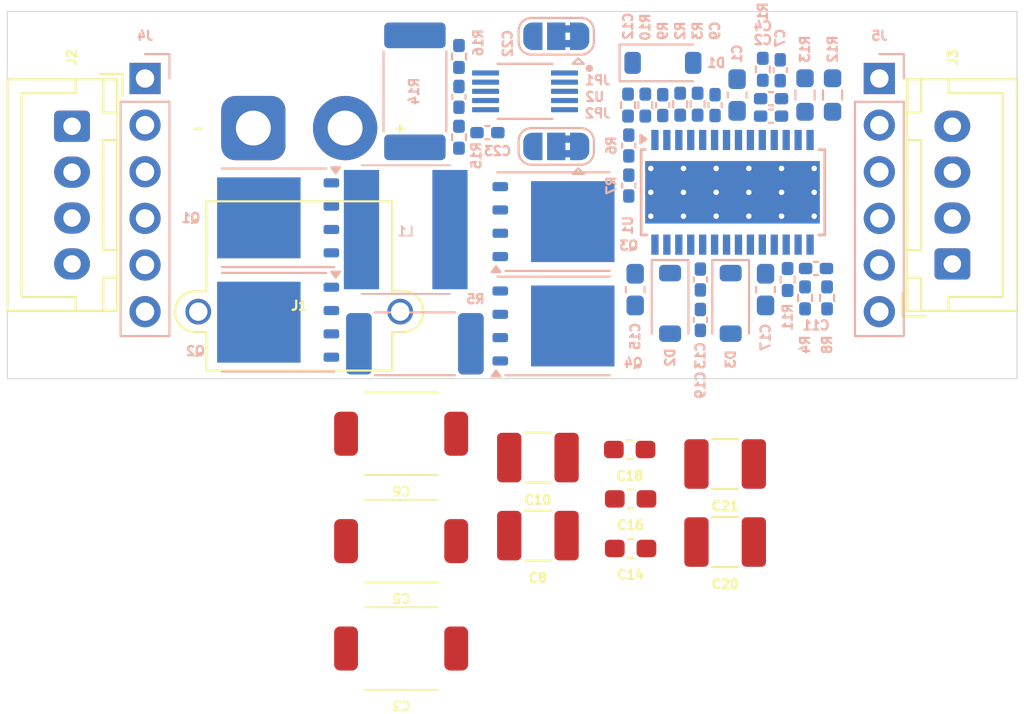
<source format=kicad_pcb>
(kicad_pcb (version 20241229) (generator "pcbnew") (generator_version "9.0")
  (layers (0 "F.Cu" signal) (4 "In1.Cu" signal) (6 "In2.Cu" signal) (2 "B.Cu" signal) (13 "F.Paste" user) (15 "B.Paste" user) (5 "F.SilkS" user "F.Silkscreen") (7 "B.SilkS" user "B.Silkscreen") (1 "F.Mask" user) (3 "B.Mask" user) (25 "Edge.Cuts" user))
  (net 0 "")
  (net 1 "Net-(U1-SS)")
  (net 2 "GND")
  (net 3 "Net-(C2-Pad2)")
  (net 4 "Net-(U1-COMP)")
  (net 5 "+RAWVP")
  (net 6 "Net-(U1-SLOPE)")
  (net 7 "Net-(U1-CS)")
  (net 8 "Net-(U1-CSG)")
  (net 9 "Net-(U1-VIN)")
  (net 10 "Net-(U1-BIAS)")
  (net 11 "+5V")
  (net 12 "Net-(D2-K)")
  (net 13 "Net-(Q2-D)")
  (net 14 "Net-(D3-K)")
  (net 15 "Net-(Q4-D)")
  (net 16 "Net-(D2-A)")
  (net 17 "Net-(U2-VIN-)")
  (net 18 "Net-(U2-VBUS)")
  (net 19 "+3V3")
  (net 20 "Net-(D1-K)")
  (net 21 "+RAWVS")
  (net 22 "I2C SCL")
  (net 23 "I2C SDA")
  (net 24 "EN 2")
  (net 25 "EN 1")
  (net 26 "Net-(JP1-C)")
  (net 27 "Net-(JP2-C)")
  (net 28 "Net-(Q1-G)")
  (net 29 "Net-(Q2-S-Pad1)")
  (net 30 "Net-(Q2-G)")
  (net 31 "Net-(Q3-G)")
  (net 32 "Net-(Q4-G)")
  (net 33 "Net-(U1-MODE)")
  (net 34 "Net-(U1-RT{slash}SYNC)")
  (net 35 "Net-(U1-EN{slash}UVLO)")
  (net 36 "Net-(U1-VISNS)")
  (net 37 "Net-(U1-PGOOD)")
  (net 38 "Net-(U1-FB)")
  (footprint "Capacitors:EEFCX1E330R" (layer "F.Cu") (at 93.95 133.85 180)
    (property "Reference" "C5" (at -0.02 -3.1 180) (layer "F.SilkS") (effects (font (size 0.5 0.5) (thickness 0.1))))
    (property "Value" "33uF 40mohm" (hide yes))
    (pad "1" smd roundrect (at -3 0 270) (size 2.4 1.3) (layers "F.Cu" "F.Mask" "F.Paste") (net 5 "+RAWVP"))
    (pad "2" smd roundrect (at 3 0 270) (size 2.4 1.3) (layers "F.Cu" "F.Mask" "F.Paste") (net 2 "GND"))
  )
  (footprint "Capacitor_SMD:C_1210_3225Metric_Pad1.33x2.70mm_HandSolder" (layer "F.Cu") (at 111.6 133.9 180)
    (property "Reference" "C20" (at 0 -2.3 0) (layer "F.SilkS") (effects (font (size 0.5 0.5))))
    (property "Value" "47uF 3mohm" (hide yes))
    (pad "1" smd roundrect (at -1.5625 0 180) (size 1.325 2.7) (layers "F.Cu" "F.Mask" "F.Paste") (roundrect_rratio 0.188679) (net 11 "+5V"))
    (pad "2" smd roundrect (at 1.5625 0 180) (size 1.325 2.7) (layers "F.Cu" "F.Mask" "F.Paste") (roundrect_rratio 0.188679) (net 2 "GND"))
  )
  (footprint "Capacitors:EEFCX1E330R" (layer "F.Cu") (at 93.95 139.7 180)
    (property "Reference" "C3" (at -0.02 -3.1 180) (layer "F.SilkS") (effects (font (size 0.5 0.5) (thickness 0.1))))
    (property "Value" "33uF 40mohm" (hide yes))
    (pad "1" smd roundrect (at -3 0 270) (size 2.4 1.3) (layers "F.Cu" "F.Mask" "F.Paste") (net 5 "+RAWVP"))
    (pad "2" smd roundrect (at 3 0 270) (size 2.4 1.3) (layers "F.Cu" "F.Mask" "F.Paste") (net 2 "GND"))
  )
  (footprint "Capacitor_SMD:C_0603_1608Metric_Pad1.08x0.95mm_HandSolder" (layer "F.Cu") (at 106.45 134.25 180)
    (property "Reference" "C14" (at 0 -1.43 0) (layer "F.SilkS") (effects (font (size 0.5 0.5))))
    (property "Value" "22uF 3.71mohm" (hide yes))
    (pad "1" smd roundrect (at -0.8625 0 180) (size 1.075 0.95) (layers "F.Cu" "F.Mask" "F.Paste") (net 11 "+5V"))
    (pad "2" smd roundrect (at 0.8625 0 180) (size 1.075 0.95) (layers "F.Cu" "F.Mask" "F.Paste") (net 2 "GND"))
  )
  (footprint "Connector_AMASS:AMASS_XT30PW-M_1x02_P2.50mm_Horizontal" (layer "F.Cu") (at 85.9 111.35 180)
    (property "Reference" "J1" (at -2.5 -9.675 0) (layer "F.SilkS") (effects (font (size 0.5 0.5) (thickness 0.125))))
    (property "Value" "S JST" (hide yes))
    (fp_text user "-" (at 3 0 0) (layer "F.SilkS") (effects (font (size 0.5 0.5))))
    (fp_text user "+" (at -8 0 0) (layer "F.SilkS") (effects (font (size 0.5 0.5))))
    (pad "" thru_hole circle (at -8 -10 180) (size 1.4 1.4) (drill 1) (layers "*.Cu" "*.Mask"))
    (pad "" thru_hole circle (at 3 -10 180) (size 1.4 1.4) (drill 1) (layers "*.Cu" "*.Mask"))
    (pad "1" thru_hole roundrect (at 0 0 180) (size 3.5 3.5) (drill 1.9) (layers "*.Cu" "*.Mask") (roundrect_rratio 0.22) (net 2 "GND"))
    (pad "2" thru_hole circle (at -5 0 180) (size 3.5 3.5) (drill 1.9) (layers "*.Cu" "*.Mask") (net 21 "+RAWVS"))
  )
  (footprint "Connector_JST:JST_XH_B4B-XH-A_1x04_P2.50mm_Vertical" (layer "F.Cu") (at 76.025 111.25 -90)
    (property "Reference" "J2" (at -3.75 0.025 90) (layer "F.SilkS") (effects (font (size 0.5 0.5))))
    (property "Value" "D0 FFC" (hide yes))
    (pad "1" thru_hole roundrect (at 0 0 270) (size 1.7 1.95) (drill 0.95) (layers "*.Cu" "*.Mask") (roundrect_rratio 0.147059) (net 2 "GND"))
    (pad "2" thru_hole oval (at 2.5 0 270) (size 1.7 1.95) (drill 0.95) (layers "*.Cu" "*.Mask") (net 11 "+5V"))
    (pad "3" thru_hole oval (at 5 0 270) (size 1.7 1.95) (drill 0.95) (layers "*.Cu" "*.Mask") (net 11 "+5V"))
    (pad "4" thru_hole oval (at 7.5 0 270) (size 1.7 1.95) (drill 0.95) (layers "*.Cu" "*.Mask") (net 2 "GND"))
  )
  (footprint "Connector_JST:JST_XH_B4B-XH-A_1x04_P2.50mm_Vertical" (layer "F.Cu") (at 123.975 118.75 90)
    (property "Reference" "J3" (at 11.25 0.025 90) (layer "F.SilkS") (effects (font (size 0.5 0.5))))
    (property "Value" "D1 FFC" (hide yes))
    (pad "1" thru_hole roundrect (at 0 0 90) (size 1.7 1.95) (drill 0.95) (layers "*.Cu" "*.Mask") (roundrect_rratio 0.147059) (net 2 "GND"))
    (pad "2" thru_hole oval (at 2.5 0 90) (size 1.7 1.95) (drill 0.95) (layers "*.Cu" "*.Mask") (net 11 "+5V"))
    (pad "3" thru_hole oval (at 5 0 90) (size 1.7 1.95) (drill 0.95) (layers "*.Cu" "*.Mask") (net 11 "+5V"))
    (pad "4" thru_hole oval (at 7.5 0 90) (size 1.7 1.95) (drill 0.95) (layers "*.Cu" "*.Mask") (net 2 "GND"))
  )
  (footprint "Capacitors:EEFCX1E330R" (layer "F.Cu") (at 93.95 128 180)
    (property "Reference" "C6" (at -0.02 -3.1 180) (layer "F.SilkS") (effects (font (size 0.5 0.5) (thickness 0.1))))
    (property "Value" "33uF 40mohm" (hide yes))
    (pad "1" smd roundrect (at -3 0 270) (size 2.4 1.3) (layers "F.Cu" "F.Mask" "F.Paste") (net 5 "+RAWVP"))
    (pad "2" smd roundrect (at 3 0 270) (size 2.4 1.3) (layers "F.Cu" "F.Mask" "F.Paste") (net 2 "GND"))
  )
  (footprint "Capacitor_SMD:C_1210_3225Metric_Pad1.33x2.70mm_HandSolder" (layer "F.Cu") (at 101.4 129.3 180)
    (property "Reference" "C10" (at 0 -2.3 0) (layer "F.SilkS") (effects (font (size 0.5 0.5))))
    (property "Value" "47uF 3mohm" (hide yes))
    (pad "1" smd roundrect (at -1.5625 0 180) (size 1.325 2.7) (layers "F.Cu" "F.Mask" "F.Paste") (roundrect_rratio 0.188679) (net 5 "+RAWVP"))
    (pad "2" smd roundrect (at 1.5625 0 180) (size 1.325 2.7) (layers "F.Cu" "F.Mask" "F.Paste") (roundrect_rratio 0.188679) (net 2 "GND"))
  )
  (footprint "Capacitor_SMD:C_0603_1608Metric_Pad1.08x0.95mm_HandSolder" (layer "F.Cu") (at 106.45 131.55 180)
    (property "Reference" "C16" (at 0 -1.43 0) (layer "F.SilkS") (effects (font (size 0.5 0.5))))
    (property "Value" "22uF 3.71mohm" (hide yes))
    (pad "1" smd roundrect (at -0.8625 0 180) (size 1.075 0.95) (layers "F.Cu" "F.Mask" "F.Paste") (net 11 "+5V"))
    (pad "2" smd roundrect (at 0.8625 0 180) (size 1.075 0.95) (layers "F.Cu" "F.Mask" "F.Paste") (net 2 "GND"))
  )
  (footprint "Capacitor_SMD:C_0603_1608Metric_Pad1.08x0.95mm_HandSolder" (layer "F.Cu") (at 106.4 128.86 180)
    (property "Reference" "C18" (at 0 -1.43 0) (layer "F.SilkS") (effects (font (size 0.5 0.5))))
    (property "Value" "22uF 3.71mohm" (hide yes))
    (pad "1" smd roundrect (at -0.8625 0 180) (size 1.075 0.95) (layers "F.Cu" "F.Mask" "F.Paste") (net 11 "+5V"))
    (pad "2" smd roundrect (at 0.8625 0 180) (size 1.075 0.95) (layers "F.Cu" "F.Mask" "F.Paste") (net 2 "GND"))
  )
  (footprint "Capacitor_SMD:C_1210_3225Metric_Pad1.33x2.70mm_HandSolder" (layer "F.Cu") (at 111.6 129.65 180)
    (property "Reference" "C21" (at 0 -2.3 0) (layer "F.SilkS") (effects (font (size 0.5 0.5))))
    (property "Value" "47uF 3mohm" (hide yes))
    (pad "1" smd roundrect (at -1.5625 0 180) (size 1.325 2.7) (layers "F.Cu" "F.Mask" "F.Paste") (roundrect_rratio 0.188679) (net 11 "+5V"))
    (pad "2" smd roundrect (at 1.5625 0 180) (size 1.325 2.7) (layers "F.Cu" "F.Mask" "F.Paste") (roundrect_rratio 0.188679) (net 2 "GND"))
  )
  (footprint "Capacitor_SMD:C_1210_3225Metric_Pad1.33x2.70mm_HandSolder" (layer "F.Cu") (at 101.4 133.55 180)
    (property "Reference" "C8" (at 0 -2.3 0) (layer "F.SilkS") (effects (font (size 0.5 0.5))))
    (property "Value" "47uF 3mohm" (hide yes))
    (pad "1" smd roundrect (at -1.5625 0 180) (size 1.325 2.7) (layers "F.Cu" "F.Mask" "F.Paste") (roundrect_rratio 0.188679) (net 5 "+RAWVP"))
    (pad "2" smd roundrect (at 1.5625 0 180) (size 1.325 2.7) (layers "F.Cu" "F.Mask" "F.Paste") (roundrect_rratio 0.188679) (net 2 "GND"))
  )
  (footprint "Package_TO_SOT_SMD:TDSON-8-1" (layer "B.Cu") (at 87.25 116.24 180)
    (property "Reference" "Q1" (at 4.75 -0.01 0) (layer "B.SilkS") (effects (font (size 0.5 0.5)) (justify mirror)))
    (property "Value" "CSD17577Q5A" (hide yes))
    (pad "1" smd roundrect (at -2.9 1.905 180) (size 0.85 0.5) (layers "B.Cu" "B.Mask" "B.Paste") (net 13 "Net-(Q2-D)"))
    (pad "2" smd roundrect (at -2.9 0.635 180) (size 0.85 0.5) (layers "B.Cu" "B.Mask" "B.Paste") (net 13 "Net-(Q2-D)"))
    (pad "3" smd roundrect (at -2.9 -0.635 180) (size 0.85 0.5) (layers "B.Cu" "B.Mask" "B.Paste") (net 13 "Net-(Q2-D)"))
    (pad "4" smd roundrect (at -2.9 -1.905 180) (size 0.85 0.5) (layers "B.Cu" "B.Mask" "B.Paste") (net 28 "Net-(Q1-G)"))
    (pad "5" smd rect (at 1.05 0 180) (size 4.55 4.41) (layers "B.Cu") (net 5 "+RAWVP"))
  )
  (footprint "Diode_SMD:D_SOD-123" (layer "B.Cu") (at 108.21 107.8)
    (property "Reference" "D1" (at 2.9 0 0) (layer "B.SilkS") (effects (font (size 0.5 0.5)) (justify mirror)))
    (property "Value" "385mV 500mA" (hide yes))
    (pad "1" smd roundrect (at -1.65 0) (size 0.9 1.2) (layers "B.Cu" "B.Mask" "B.Paste") (net 20 "Net-(D1-K)"))
    (pad "2" smd roundrect (at 1.65 0) (size 0.9 1.2) (layers "B.Cu" "B.Mask" "B.Paste") (net 5 "+RAWVP"))
  )
  (footprint "Resistor_SMD:R_2512_6332Metric_Pad1.40x3.35mm_HandSolder" (layer "B.Cu") (at 94.7 123.1)
    (property "Reference" "R5" (at 3.3 -2.43 0) (layer "B.SilkS") (effects (font (size 0.5 0.5)) (justify mirror)))
    (property "Value" "5m" (hide yes))
    (pad "1" smd roundrect (at -3.05 0) (size 1.4 3.35) (layers "B.Cu" "B.Mask" "B.Paste") (roundrect_rratio 0.178571) (net 29 "Net-(Q2-S-Pad1)"))
    (pad "2" smd roundrect (at 3.05 0) (size 1.4 3.35) (layers "B.Cu" "B.Mask" "B.Paste") (roundrect_rratio 0.178571) (net 2 "GND"))
  )
  (footprint "Capacitor_SMD:C_0402_1005Metric_Pad0.74x0.62mm_HandSolder" (layer "B.Cu") (at 114.6 108.2 90)
    (property "Reference" "C7" (at 1.75 0 90) (layer "B.SilkS") (effects (font (size 0.5 0.5)) (justify mirror)))
    (property "Value" "2nF 0ohm" (hide yes))
    (pad "1" smd roundrect (at -0.5675 0 90) (size 0.735 0.62) (layers "B.Cu" "B.Mask" "B.Paste") (net 4 "Net-(U1-COMP)"))
    (pad "2" smd roundrect (at 0.5675 0 90) (size 0.735 0.62) (layers "B.Cu" "B.Mask" "B.Paste") (net 2 "GND"))
  )
  (footprint "Capacitor_SMD:C_0402_1005Metric_Pad0.74x0.62mm_HandSolder" (layer "B.Cu") (at 108.2 110.1 -90)
    (property "Reference" "R9" (at -4.05 0 90) (layer "B.SilkS") (effects (font (size 0.5 0.5)) (justify mirror)))
    (property "Value" "2K" (hide yes))
    (pad "1" smd roundrect (at -0.5675 0 270) (size 0.735 0.62) (layers "B.Cu" "B.Mask" "B.Paste") (net 5 "+RAWVP"))
    (pad "2" smd roundrect (at 0.5675 0 270) (size 0.735 0.62) (layers "B.Cu" "B.Mask" "B.Paste") (net 36 "Net-(U1-VISNS)"))
  )
  (footprint "Capacitor_SMD:C_0402_1005Metric_Pad0.74x0.62mm_HandSolder" (layer "B.Cu") (at 106.35 114.4825 -90)
    (property "Reference" "R7" (at 0 0.95 90) (layer "B.SilkS") (effects (font (size 0.5 0.5)) (justify mirror)))
    (property "Value" "110K" (hide yes))
    (pad "1" smd roundrect (at -0.5675 0 270) (size 0.735 0.62) (layers "B.Cu" "B.Mask" "B.Paste") (net 35 "Net-(U1-EN{slash}UVLO)"))
    (pad "2" smd roundrect (at 0.5675 0 270) (size 0.735 0.62) (layers "B.Cu" "B.Mask" "B.Paste") (net 2 "GND"))
  )
  (footprint "Capacitor_SMD:C_0402_1005Metric_Pad0.74x0.62mm_HandSolder" (layer "B.Cu") (at 106.35 112.3 -90)
    (property "Reference" "R6" (at 0 0.95 90) (layer "B.SilkS") (effects (font (size 0.5 0.5)) (justify mirror)))
    (property "Value" "249K" (hide yes))
    (pad "1" smd roundrect (at -0.5675 0 270) (size 0.735 0.62) (layers "B.Cu" "B.Mask" "B.Paste") (net 5 "+RAWVP"))
    (pad "2" smd roundrect (at 0.5675 0 270) (size 0.735 0.62) (layers "B.Cu" "B.Mask" "B.Paste") (net 35 "Net-(U1-EN{slash}UVLO)"))
  )
  (footprint "Package_TO_SOT_SMD:TDSON-8-1" (layer "B.Cu") (at 102.25 116.445)
    (property "Reference" "Q3" (at 4.1 1.305 0) (layer "B.SilkS") (effects (font (size 0.5 0.5)) (justify mirror)))
    (property "Value" "CSD17573Q5B" (hide yes))
    (pad "1" smd roundrect (at -2.9 1.905) (size 0.85 0.5) (layers "B.Cu" "B.Mask" "B.Paste") (net 15 "Net-(Q4-D)"))
    (pad "2" smd roundrect (at -2.9 0.635) (size 0.85 0.5) (layers "B.Cu" "B.Mask" "B.Paste") (net 15 "Net-(Q4-D)"))
    (pad "3" smd roundrect (at -2.9 -0.635) (size 0.85 0.5) (layers "B.Cu" "B.Mask" "B.Paste") (net 15 "Net-(Q4-D)"))
    (pad "4" smd roundrect (at -2.9 -1.905) (size 0.85 0.5) (layers "B.Cu" "B.Mask" "B.Paste") (net 31 "Net-(Q3-G)"))
    (pad "5" smd rect (at 1.05 0) (size 4.55 4.41) (layers "B.Cu") (net 11 "+5V"))
  )
  (footprint "Capacitor_SMD:C_0402_1005Metric_Pad0.74x0.62mm_HandSolder" (layer "B.Cu") (at 98.65 111.6)
    (property "Reference" "C23" (at 0.55 1 0) (layer "B.SilkS") (effects (font (size 0.5 0.5)) (justify mirror)))
    (property "Value" "0.1uF" (hide yes))
    (pad "1" smd roundrect (at -0.5675 0) (size 0.735 0.62) (layers "B.Cu" "B.Mask" "B.Paste") (net 19 "+3V3"))
    (pad "2" smd roundrect (at 0.5675 0) (size 0.735 0.62) (layers "B.Cu" "B.Mask" "B.Paste") (net 2 "GND"))
  )
  (footprint "Connector_PinHeader_2.54mm:PinHeader_1x06_P2.54mm_Vertical" (layer "B.Cu") (at 80 108.65 180)
    (property "Reference" "J4" (at 0 2.33 0) (layer "B.SilkS") (effects (font (size 0.5 0.5) (thickness 0.125)) (justify mirror)))
    (property "Value" "S Pins A" (hide yes))
    (pad "1" thru_hole rect (at 0 0 180) (size 1.7 1.7) (drill 1) (layers "*.Cu" "*.Mask") (net 2 "GND"))
    (pad "2" thru_hole oval (at 0 -2.54 180) (size 1.7 1.7) (drill 1) (layers "*.Cu" "*.Mask") (net 23 "I2C SDA"))
    (pad "3" thru_hole oval (at 0 -5.08 180) (size 1.7 1.7) (drill 1) (layers "*.Cu" "*.Mask") (net 11 "+5V"))
    (pad "4" thru_hole oval (at 0 -7.62 180) (size 1.7 1.7) (drill 1) (layers "*.Cu" "*.Mask") (net 11 "+5V"))
    (pad "5" thru_hole oval (at 0 -10.16 180) (size 1.7 1.7) (drill 1) (layers "*.Cu" "*.Mask") (net 22 "I2C SCL"))
    (pad "6" thru_hole oval (at 0 -12.7 180) (size 1.7 1.7) (drill 1) (layers "*.Cu" "*.Mask") (net 2 "GND"))
  )
  (footprint "Jumper:SolderJumper-3_P1.3mm_Bridged2Bar12_RoundedPad1.0x1.5mm" (layer "B.Cu") (at 102.4 106.35 180)
    (property "Reference" "JP1" (at -2.25 -2.4 0) (layer "B.SilkS") (effects (font (size 0.5 0.5)) (justify mirror)))
    (property "Value" "Bit Set" (hide yes))
    (fp_poly (pts (xy -0.9 0.6) (xy -0.4 0.6) (xy -0.4 0.2) (xy -0.9 0.2)) (fill yes) (layer "B.Cu"))
    (fp_poly (pts (xy -0.9 -0.2) (xy -0.4 -0.2) (xy -0.4 -0.6) (xy -0.9 -0.6)) (fill yes) (layer "B.Cu"))
    (pad "1" smd custom (at -1.3 0 180) (size 1 0.5) (layers "B.Cu" "B.Mask") (net 2 "GND") (options (clearance outline) (anchor rect)) (primitives (gr_circle (center 0 -0.25) (end 0.5 -0.25) (width 0) (fill yes)) (gr_circle (center 0 0.25) (end 0.5 0.25) (width 0) (fill yes)) (gr_poly (pts (xy 0.55 -0.75) (xy 0 -0.75) (xy 0 0.75) (xy 0.55 0.75)) (width 0) (fill yes))))
    (pad "2" smd rect (at 0 0 180) (size 1 1.5) (layers "B.Cu" "B.Mask") (net 26 "Net-(JP1-C)"))
    (pad "3" smd custom (at 1.3 0 180) (size 1 0.5) (layers "B.Cu" "B.Mask") (net 19 "+3V3") (options (clearance outline) (anchor rect)) (primitives (gr_circle (center 0 -0.25) (end 0.5 -0.25) (width 0) (fill yes)) (gr_circle (center 0 0.25) (end 0.5 0.25) (width 0) (fill yes)) (gr_poly (pts (xy 0 -0.75) (xy -0.55 -0.75) (xy -0.55 0.75) (xy 0 0.75)) (width 0) (fill yes))))
  )
  (footprint "Resistor_SMD:R_0402_1005Metric_Pad0.72x0.64mm_HandSolder" (layer "B.Cu") (at 107.25 110.1 -90)
    (property "Reference" "R10" (at -4.25 0 90) (layer "B.SilkS") (effects (font (size 0.5 0.5)) (justify mirror)))
    (property "Value" "10" (hide yes))
    (pad "1" smd roundrect (at -0.5975 0 270) (size 0.715 0.64) (layers "B.Cu" "B.Mask" "B.Paste") (net 20 "Net-(D1-K)"))
    (pad "2" smd roundrect (at 0.5975 0 270) (size 0.715 0.64) (layers "B.Cu" "B.Mask" "B.Paste") (net 9 "Net-(U1-VIN)"))
  )
  (footprint "Diode_SMD:D_SOD-123" (layer "B.Cu") (at 108.6 120.9 -90)
    (property "Reference" "D2" (at 2.95 0 90) (layer "B.SilkS") (effects (font (size 0.5 0.5)) (justify mirror)))
    (property "Value" "385mV 500mA" (hide yes))
    (pad "1" smd roundrect (at -1.65 0 270) (size 0.9 1.2) (layers "B.Cu" "B.Mask" "B.Paste") (net 12 "Net-(D2-K)"))
    (pad "2" smd roundrect (at 1.65 0 270) (size 0.9 1.2) (layers "B.Cu" "B.Mask" "B.Paste") (net 16 "Net-(D2-A)"))
  )
  (footprint "Resistor_SMD:R_0402_1005Metric_Pad0.72x0.64mm_HandSolder" (layer "B.Cu") (at 110.1 110.05 90)
    (property "Reference" "R3" (at 4 0 90) (layer "B.SilkS") (effects (font (size 0.5 0.5)) (justify mirror)))
    (property "Value" "13K" (hide yes))
    (pad "1" smd roundrect (at -0.5975 0 90) (size 0.715 0.64) (layers "B.Cu" "B.Mask" "B.Paste") (net 34 "Net-(U1-RT{slash}SYNC)"))
    (pad "2" smd roundrect (at 0.5975 0 90) (size 0.715 0.64) (layers "B.Cu" "B.Mask" "B.Paste") (net 2 "GND"))
  )
  (footprint "Resistor_SMD:R_0402_1005Metric_Pad0.72x0.64mm_HandSolder" (layer "B.Cu") (at 115.95 120.6 -90)
    (property "Reference" "R4" (at 2.55 0 90) (layer "B.SilkS") (effects (font (size 0.5 0.5)) (justify mirror)))
    (property "Value" "100" (hide yes))
    (pad "1" smd roundrect (at -0.5975 0 270) (size 0.715 0.64) (layers "B.Cu" "B.Mask" "B.Paste") (net 7 "Net-(U1-CS)"))
    (pad "2" smd roundrect (at 0.5975 0 270) (size 0.715 0.64) (layers "B.Cu" "B.Mask" "B.Paste") (net 29 "Net-(Q2-S-Pad1)"))
  )
  (footprint "Resistor_SMD:R_0603_1608Metric_Pad0.98x0.95mm_HandSolder" (layer "B.Cu") (at 117.45 109.55 90)
    (property "Reference" "R12" (at 2.5 0 90) (layer "B.SilkS") (effects (font (size 0.5 0.5)) (justify mirror)))
    (property "Value" "105K" (hide yes))
    (pad "1" smd roundrect (at -0.9125 0 90) (size 0.975 0.95) (layers "B.Cu" "B.Mask" "B.Paste") (net 11 "+5V"))
    (pad "2" smd roundrect (at 0.9125 0 90) (size 0.975 0.95) (layers "B.Cu" "B.Mask" "B.Paste") (net 38 "Net-(U1-FB)"))
  )
  (footprint "Resistor_SMD:R_2512_6332Metric_Pad1.40x3.35mm_HandSolder" (layer "B.Cu") (at 94.7 109.35 90)
    (property "Reference" "R14" (at 0 -0.05 90) (layer "B.SilkS") (effects (font (size 0.5 0.5)) (justify mirror)))
    (property "Value" "Shunt CRF2512-FZ-R002ELF" (hide yes))
    (pad "1" smd roundrect (at -3.05 0 90) (size 1.4 3.35) (layers "B.Cu" "B.Mask" "B.Paste") (roundrect_rratio 0.178571) (net 21 "+RAWVS"))
    (pad "2" smd roundrect (at 3.05 0 90) (size 1.4 3.35) (layers "B.Cu" "B.Mask" "B.Paste") (roundrect_rratio 0.178571) (net 5 "+RAWVP"))
  )
  (footprint "Capacitor_SMD:C_0402_1005Metric_Pad0.74x0.62mm_HandSolder" (layer "B.Cu") (at 111.05 110.1 90)
    (property "Reference" "C9" (at 4.05 0 90) (layer "B.SilkS") (effects (font (size 0.5 0.5)) (justify mirror)))
    (property "Value" "82pF 0ohm" (hide yes))
    (pad "1" smd roundrect (at -0.5675 0 90) (size 0.735 0.62) (layers "B.Cu" "B.Mask" "B.Paste") (net 6 "Net-(U1-SLOPE)"))
    (pad "2" smd roundrect (at 0.5675 0 90) (size 0.735 0.62) (layers "B.Cu" "B.Mask" "B.Paste") (net 2 "GND"))
  )
  (footprint "Capacitor_SMD:C_0603_1608Metric_Pad1.08x0.95mm_HandSolder" (layer "B.Cu") (at 113.8 120.15 90)
    (property "Reference" "C17" (at -2.6 0 90) (layer "B.SilkS") (effects (font (size 0.5 0.5)) (justify mirror)))
    (property "Value" "100nF 50mohm" (hide yes))
    (pad "1" smd roundrect (at -0.8625 0 90) (size 1.075 0.95) (layers "B.Cu" "B.Mask" "B.Paste") (net 14 "Net-(D3-K)"))
    (pad "2" smd roundrect (at 0.8625 0 90) (size 1.075 0.95) (layers "B.Cu" "B.Mask" "B.Paste") (net 15 "Net-(Q4-D)"))
  )
  (footprint "Jumper:SolderJumper-3_P1.3mm_Bridged2Bar12_RoundedPad1.0x1.5mm" (layer "B.Cu") (at 102.4 112.35 180)
    (property "Reference" "JP2" (at -2.25 1.8 0) (layer "B.SilkS") (effects (font (size 0.5 0.5)) (justify mirror)))
    (property "Value" "Bit Set" (hide yes))
    (fp_poly (pts (xy -0.9 0.6) (xy -0.4 0.6) (xy -0.4 0.2) (xy -0.9 0.2)) (fill yes) (layer "B.Cu"))
    (fp_poly (pts (xy -0.9 -0.2) (xy -0.4 -0.2) (xy -0.4 -0.6) (xy -0.9 -0.6)) (fill yes) (layer "B.Cu"))
    (pad "1" smd custom (at -1.3 0 180) (size 1 0.5) (layers "B.Cu" "B.Mask") (net 2 "GND") (options (clearance outline) (anchor rect)) (primitives (gr_circle (center 0 -0.25) (end 0.5 -0.25) (width 0) (fill yes)) (gr_circle (center 0 0.25) (end 0.5 0.25) (width 0) (fill yes)) (gr_poly (pts (xy 0.55 -0.75) (xy 0 -0.75) (xy 0 0.75) (xy 0.55 0.75)) (width 0) (fill yes))))
    (pad "2" smd rect (at 0 0 180) (size 1 1.5) (layers "B.Cu" "B.Mask") (net 27 "Net-(JP2-C)"))
    (pad "3" smd custom (at 1.3 0 180) (size 1 0.5) (layers "B.Cu" "B.Mask") (net 19 "+3V3") (options (clearance outline) (anchor rect)) (primitives (gr_circle (center 0 -0.25) (end 0.5 -0.25) (width 0) (fill yes)) (gr_circle (center 0 0.25) (end 0.5 0.25) (width 0) (fill yes)) (gr_poly (pts (xy 0 -0.75) (xy -0.55 -0.75) (xy -0.55 0.75) (xy 0 0.75)) (width 0) (fill yes))))
  )
  (footprint "Resistor_SMD:R_0402_1005Metric_Pad0.72x0.64mm_HandSolder" (layer "B.Cu") (at 97.1 111.85 90)
    (property "Reference" "R15" (at -1 0.95 90) (layer "B.SilkS") (effects (font (size 0.5 0.5)) (justify mirror)))
    (property "Value" "10" (hide yes))
    (pad "1" smd roundrect (at -0.5975 0 90) (size 0.715 0.64) (layers "B.Cu" "B.Mask" "B.Paste") (net 21 "+RAWVS"))
    (pad "2" smd roundrect (at 0.5975 0 90) (size 0.715 0.64) (layers "B.Cu" "B.Mask" "B.Paste") (net 18 "Net-(U2-VBUS)"))
  )
  (footprint "Resistor_SMD:R_0402_1005Metric_Pad0.72x0.64mm_HandSolder" (layer "B.Cu") (at 106.31 110.1 90)
    (property "Reference" "C12" (at 4.3 0 90) (layer "B.SilkS") (effects (font (size 0.5 0.5)) (justify mirror)))
    (property "Value" "100nF 39mohm" (hide yes))
    (pad "1" smd roundrect (at -0.5975 0 90) (size 0.715 0.64) (layers "B.Cu" "B.Mask" "B.Paste") (net 9 "Net-(U1-VIN)"))
    (pad "2" smd roundrect (at 0.5975 0 90) (size 0.715 0.64) (layers "B.Cu" "B.Mask" "B.Paste") (net 2 "GND"))
  )
  (footprint "Capacitor_SMD:C_0402_1005Metric_Pad0.74x0.62mm_HandSolder" (layer "B.Cu") (at 97.1 109.65 90)
    (property "Reference" "C22" (at 2.9 2.65 90) (layer "B.SilkS") (effects (font (size 0.5 0.5)) (justify mirror)))
    (property "Value" "1uF" (hide yes))
    (pad "1" smd roundrect (at -0.5675 0 90) (size 0.735 0.62) (layers "B.Cu" "B.Mask" "B.Paste") (net 18 "Net-(U2-VBUS)"))
    (pad "2" smd roundrect (at 0.5675 0 90) (size 0.735 0.62) (layers "B.Cu" "B.Mask" "B.Paste") (net 17 "Net-(U2-VIN-)"))
  )
  (footprint "Capacitor_SMD:C_0402_1005Metric_Pad0.74x0.62mm_HandSolder" (layer "B.Cu") (at 114.1 110.7)
    (property "Reference" "C2" (at -0.45 -4.15 0) (layer "B.SilkS") (effects (font (size 0.5 0.5)) (justify mirror)))
    (property "Value" "6.8nF 523mohm" (hide yes))
    (pad "1" smd roundrect (at -0.5675 0) (size 0.735 0.62) (layers "B.Cu" "B.Mask" "B.Paste") (net 4 "Net-(U1-COMP)"))
    (pad "2" smd roundrect (at 0.5675 0) (size 0.735 0.62) (layers "B.Cu" "B.Mask" "B.Paste") (net 3 "Net-(C2-Pad2)"))
  )
  (footprint "Resistor_SMD:R_0402_1005Metric_Pad0.72x0.64mm_HandSolder" (layer "B.Cu") (at 113.65 108.15 90)
    (property "Reference" "R1" (at 3.15 0 90) (layer "B.SilkS") (effects (font (size 0.5 0.5)) (justify mirror)))
    (property "Value" "732" (hide yes))
    (pad "1" smd roundrect (at -0.5975 0 90) (size 0.715 0.64) (layers "B.Cu" "B.Mask" "B.Paste") (net 3 "Net-(C2-Pad2)"))
    (pad "2" smd roundrect (at 0.5975 0 90) (size 0.715 0.64) (layers "B.Cu" "B.Mask" "B.Paste") (net 2 "GND"))
  )
  (footprint "Package_TO_SOT_SMD:TDSON-8-1" (layer "B.Cu") (at 87.25 121.925 180)
    (property "Reference" "Q2" (at 4.5 -1.575 0) (layer "B.SilkS") (effects (font (size 0.5 0.5)) (justify mirror)))
    (property "Value" "CSD17577Q5A" (hide yes))
    (pad "1" smd roundrect (at -2.9 1.905 180) (size 0.85 0.5) (layers "B.Cu" "B.Mask" "B.Paste") (net 29 "Net-(Q2-S-Pad1)"))
    (pad "2" smd roundrect (at -2.9 0.635 180) (size 0.85 0.5) (layers "B.Cu" "B.Mask" "B.Paste") (net 29 "Net-(Q2-S-Pad1)"))
    (pad "3" smd roundrect (at -2.9 -0.635 180) (size 0.85 0.5) (layers "B.Cu" "B.Mask" "B.Paste") (net 29 "Net-(Q2-S-Pad1)"))
    (pad "4" smd roundrect (at -2.9 -1.905 180) (size 0.85 0.5) (layers "B.Cu" "B.Mask" "B.Paste") (net 30 "Net-(Q2-G)"))
    (pad "5" smd rect (at 1.05 0 180) (size 4.55 4.41) (layers "B.Cu") (net 13 "Net-(Q2-D)"))
  )
  (footprint "Connector_PinHeader_2.54mm:PinHeader_1x06_P2.54mm_Vertical" (layer "B.Cu") (at 120 108.65 180)
    (property "Reference" "J5" (at 0 2.33 0) (layer "B.SilkS") (effects (font (size 0.5 0.5) (thickness 0.125)) (justify mirror)))
    (property "Value" "S Pins B" (hide yes))
    (pad "1" thru_hole rect (at 0 0 180) (size 1.7 1.7) (drill 1) (layers "*.Cu" "*.Mask") (net 2 "GND"))
    (pad "2" thru_hole oval (at 0 -2.54 180) (size 1.7 1.7) (drill 1) (layers "*.Cu" "*.Mask") (net 25 "EN 1"))
    (pad "3" thru_hole oval (at 0 -5.08 180) (size 1.7 1.7) (drill 1) (layers "*.Cu" "*.Mask") (net 11 "+5V"))
    (pad "4" thru_hole oval (at 0 -7.62 180) (size 1.7 1.7) (drill 1) (layers "*.Cu" "*.Mask") (net 11 "+5V"))
    (pad "5" thru_hole oval (at 0 -10.16 180) (size 1.7 1.7) (drill 1) (layers "*.Cu" "*.Mask") (net 24 "EN 2"))
    (pad "6" thru_hole oval (at 0 -12.7 180) (size 1.7 1.7) (drill 1) (layers "*.Cu" "*.Mask") (net 2 "GND"))
  )
  (footprint "Resistor_SMD:R_0603_1608Metric_Pad0.98x0.95mm_HandSolder" (layer "B.Cu") (at 115.95 109.55 90)
    (property "Reference" "R13" (at 2.5 0 90) (layer "B.SilkS") (effects (font (size 0.5 0.5)) (justify mirror)))
    (property "Value" "20K" (hide yes))
    (pad "1" smd roundrect (at -0.9125 0 90) (size 0.975 0.95) (layers "B.Cu" "B.Mask" "B.Paste") (net 38 "Net-(U1-FB)"))
    (pad "2" smd roundrect (at 0.9125 0 90) (size 0.975 0.95) (layers "B.Cu" "B.Mask" "B.Paste") (net 2 "GND"))
  )
  (footprint "INA220:SOP50P490X110-10N" (layer "B.Cu") (at 100.7 109.35 180)
    (property "Reference" "U2" (at -3.8 -0.3 0) (layer "B.SilkS") (effects (font (size 0.5 0.5) (thickness 0.125)) (justify mirror)))
    (property "Value" "INA220AIDGSR" (hide yes))
    (pad "1" smd roundrect (at -2.15 1 180) (size 1.47 0.28) (layers "B.Cu" "B.Mask" "B.Paste") (roundrect_rratio 0.125) (net 26 "Net-(JP1-C)"))
    (pad "2" smd roundrect (at -2.15 0.5 180) (size 1.47 0.28) (layers "B.Cu" "B.Mask" "B.Paste") (roundrect_rratio 0.125) (net 27 "Net-(JP2-C)"))
    (pad "3" smd roundrect (at -2.15 0 180) (size 1.47 0.28) (layers "B.Cu" "B.Mask" "B.Paste") (roundrect_rratio 0.125))
    (pad "4" smd roundrect (at -2.15 -0.5 180) (size 1.47 0.28) (layers "B.Cu" "B.Mask" "B.Paste") (roundrect_rratio 0.125) (net 23 "I2C SDA"))
    (pad "5" smd roundrect (at -2.15 -1 180) (size 1.47 0.28) (layers "B.Cu" "B.Mask" "B.Paste") (roundrect_rratio 0.125) (net 22 "I2C SCL"))
    (pad "6" smd roundrect (at 2.15 -1 180) (size 1.47 0.28) (layers "B.Cu" "B.Mask" "B.Paste") (roundrect_rratio 0.125) (net 19 "+3V3"))
    (pad "7" smd roundrect (at 2.15 -0.5 180) (size 1.47 0.28) (layers "B.Cu" "B.Mask" "B.Paste") (roundrect_rratio 0.125) (net 2 "GND"))
    (pad "8" smd roundrect (at 2.15 0 180) (size 1.47 0.28) (layers "B.Cu" "B.Mask" "B.Paste") (roundrect_rratio 0.125) (net 18 "Net-(U2-VBUS)"))
    (pad "9" smd roundrect (at 2.15 0.5 180) (size 1.47 0.28) (layers "B.Cu" "B.Mask" "B.Paste") (roundrect_rratio 0.125) (net 17 "Net-(U2-VIN-)"))
    (pad "10" smd roundrect (at 2.15 1 180) (size 1.47 0.28) (layers "B.Cu" "B.Mask" "B.Paste") (roundrect_rratio 0.125) (net 18 "Net-(U2-VBUS)"))
  )
  (footprint "Capacitor_SMD:C_0402_1005Metric_Pad0.74x0.62mm_HandSolder" (layer "B.Cu") (at 110.25 121.8 90)
    (property "Reference" "C19" (at -3.55 0 90) (layer "B.SilkS") (effects (font (size 0.5 0.5)) (justify mirror)))
    (property "Value" "1uF 11.4mohm" (hide yes))
    (pad "1" smd roundrect (at -0.5675 0 90) (size 0.735 0.62) (layers "B.Cu" "B.Mask" "B.Paste") (net 16 "Net-(D2-A)"))
    (pad "2" smd roundrect (at 0.5675 0 90) (size 0.735 0.62) (layers "B.Cu" "B.Mask" "B.Paste") (net 2 "GND"))
  )
  (footprint "Resistor_SMD:R_0402_1005Metric_Pad0.72x0.64mm_HandSolder" (layer "B.Cu") (at 117.15 120.6 -90)
    (property "Reference" "R8" (at 2.55 0 90) (layer "B.SilkS") (effects (font (size 0.5 0.5)) (justify mirror)))
    (property "Value" "100" (hide yes))
    (pad "1" smd roundrect (at -0.5975 0 270) (size 0.715 0.64) (layers "B.Cu" "B.Mask" "B.Paste") (net 8 "Net-(U1-CSG)"))
    (pad "2" smd roundrect (at 0.5975 0 270) (size 0.715 0.64) (layers "B.Cu" "B.Mask" "B.Paste") (net 2 "GND"))
  )
  (footprint "Resistor_SMD:R_0402_1005Metric_Pad0.72x0.64mm_HandSolder" (layer "B.Cu") (at 109.15 110.05 90)
    (property "Reference" "R2" (at 4 0 90) (layer "B.SilkS") (effects (font (size 0.5 0.5)) (justify mirror)))
    (property "Value" "93.1K" (hide yes))
    (pad "1" smd roundrect (at -0.5975 0 90) (size 0.715 0.64) (layers "B.Cu" "B.Mask" "B.Paste") (net 33 "Net-(U1-MODE)"))
    (pad "2" smd roundrect (at 0.5975 0 90) (size 0.715 0.64) (layers "B.Cu" "B.Mask" "B.Paste") (net 2 "GND"))
  )
  (footprint "Capacitor_SMD:C_0402_1005Metric_Pad0.74x0.62mm_HandSolder" (layer "B.Cu") (at 110.25 119.6 -90)
    (property "Reference" "C13" (at 4.15 0 90) (layer "B.SilkS") (effects (font (size 0.5 0.5)) (justify mirror)))
    (property "Value" "100nF 1mohm" (hide yes))
    (pad "1" smd roundrect (at -0.5675 0 270) (size 0.735 0.62) (layers "B.Cu" "B.Mask" "B.Paste") (net 10 "Net-(U1-BIAS)"))
    (pad "2" smd roundrect (at 0.5675 0 270) (size 0.735 0.62) (layers "B.Cu" "B.Mask" "B.Paste") (net 2 "GND"))
  )
  (footprint "Diode_SMD:D_SOD-123" (layer "B.Cu") (at 111.9 120.9 -90)
    (property "Reference" "D3" (at 3.05 0 90) (layer "B.SilkS") (effects (font (size 0.5 0.5)) (justify mirror)))
    (property "Value" "385mV 500mA" (hide yes))
    (pad "1" smd roundrect (at -1.65 0 270) (size 0.9 1.2) (layers "B.Cu" "B.Mask" "B.Paste") (net 14 "Net-(D3-K)"))
    (pad "2" smd roundrect (at 1.65 0 270) (size 0.9 1.2) (layers "B.Cu" "B.Mask" "B.Paste") (net 16 "Net-(D2-A)"))
  )
  (footprint "Resistor_SMD:R_0402_1005Metric_Pad0.72x0.64mm_HandSolder" (layer "B.Cu") (at 97.1 107.45 -90)
    (property "Reference" "R16" (at -0.75 -1.05 90) (layer "B.SilkS") (effects (font (size 0.5 0.5)) (justify mirror)))
    (property "Value" "10" (hide yes))
    (pad "1" smd roundrect (at -0.5975 0 270) (size 0.715 0.64) (layers "B.Cu" "B.Mask" "B.Paste") (net 5 "+RAWVP"))
    (pad "2" smd roundrect (at 0.5975 0 270) (size 0.715 0.64) (layers "B.Cu" "B.Mask" "B.Paste") (net 17 "Net-(U2-VIN-)"))
  )
  (footprint "Package_SO:HTSSOP-28-1EP_4.4x9.7mm_P0.65mm_EP3.4x9.5mm_ThermalVias" (layer "B.Cu") (at 112 114.85 -90)
    (property "Reference" "U1" (at 1.8 5.7 90) (layer "B.SilkS") (effects (font (size 0.5 0.5)) (justify mirror)))
    (property "Value" "LM5176PWP" (hide yes))
    (pad "1" smd rect (at -2.85 4.225 270) (size 1.1 0.4) (layers "B.Cu" "B.Mask" "B.Paste") (net 35 "Net-(U1-EN{slash}UVLO)"))
    (pad "2" smd rect (at -2.85 3.575 270) (size 1.1 0.4) (layers "B.Cu" "B.Mask" "B.Paste") (net 9 "Net-(U1-VIN)"))
    (pad "3" smd rect (at -2.85 2.925 270) (size 1.1 0.4) (layers "B.Cu" "B.Mask" "B.Paste") (net 36 "Net-(U1-VISNS)"))
    (pad "4" smd rect (at -2.85 2.275 270) (size 1.1 0.4) (layers "B.Cu" "B.Mask" "B.Paste") (net 33 "Net-(U1-MODE)"))
    (pad "5" smd rect (at -2.85 1.625 270) (size 1.1 0.4) (layers "B.Cu" "B.Mask" "B.Paste") (net 2 "GND"))
    (pad "6" smd rect (at -2.85 0.975 270) (size 1.1 0.4) (layers "B.Cu" "B.Mask" "B.Paste") (net 34 "Net-(U1-RT{slash}SYNC)"))
    (pad "7" smd rect (at -2.85 0.325 270) (size 1.1 0.4) (layers "B.Cu" "B.Mask" "B.Paste") (net 6 "Net-(U1-SLOPE)"))
    (pad "8" smd rect (at -2.85 -0.325 270) (size 1.1 0.4) (layers "B.Cu" "B.Mask" "B.Paste") (net 1 "Net-(U1-SS)"))
    (pad "9" smd rect (at -2.85 -0.975 270) (size 1.1 0.4) (layers "B.Cu" "B.Mask" "B.Paste") (net 4 "Net-(U1-COMP)"))
    (pad "10" smd rect (at -2.85 -1.625 270) (size 1.1 0.4) (layers "B.Cu" "B.Mask" "B.Paste") (net 2 "GND"))
    (pad "11" smd rect (at -2.85 -2.275 270) (size 1.1 0.4) (layers "B.Cu" "B.Mask" "B.Paste") (net 38 "Net-(U1-FB)"))
    (pad "12" smd rect (at -2.85 -2.925 270) (size 1.1 0.4) (layers "B.Cu" "B.Mask" "B.Paste") (net 11 "+5V"))
    (pad "13" smd rect (at -2.85 -3.575 270) (size 1.1 0.4) (layers "B.Cu" "B.Mask" "B.Paste") (net 2 "GND"))
    (pad "14" smd rect (at -2.85 -4.225 270) (size 1.1 0.4) (layers "B.Cu" "B.Mask" "B.Paste") (net 2 "GND"))
    (pad "15" smd rect (at 2.85 -4.225 270) (size 1.1 0.4) (layers "B.Cu" "B.Mask" "B.Paste") (net 8 "Net-(U1-CSG)"))
    (pad "16" smd rect (at 2.85 -3.575 270) (size 1.1 0.4) (layers "B.Cu" "B.Mask" "B.Paste") (net 7 "Net-(U1-CS)"))
    (pad "17" smd rect (at 2.85 -2.925 270) (size 1.1 0.4) (layers "B.Cu" "B.Mask" "B.Paste") (net 37 "Net-(U1-PGOOD)"))
    (pad "18" smd rect (at 2.85 -2.275 270) (size 1.1 0.4) (layers "B.Cu" "B.Mask" "B.Paste") (net 15 "Net-(Q4-D)"))
    (pad "19" smd rect (at 2.85 -1.625 270) (size 1.1 0.4) (layers "B.Cu" "B.Mask" "B.Paste") (net 31 "Net-(Q3-G)"))
    (pad "20" smd rect (at 2.85 -0.975 270) (size 1.1 0.4) (layers "B.Cu" "B.Mask" "B.Paste") (net 14 "Net-(D3-K)"))
    (pad "21" smd rect (at 2.85 -0.325 270) (size 1.1 0.4) (layers "B.Cu" "B.Mask" "B.Paste") (net 32 "Net-(Q4-G)"))
    (pad "22" smd rect (at 2.85 0.325 270) (size 1.1 0.4) (layers "B.Cu" "B.Mask" "B.Paste") (net 2 "GND"))
    (pad "23" smd rect (at 2.85 0.975 270) (size 1.1 0.4) (layers "B.Cu" "B.Mask" "B.Paste") (net 16 "Net-(D2-A)"))
    (pad "24" smd rect (at 2.85 1.625 270) (size 1.1 0.4) (layers "B.Cu" "B.Mask" "B.Paste") (net 10 "Net-(U1-BIAS)"))
    (pad "25" smd rect (at 2.85 2.275 270) (size 1.1 0.4) (layers "B.Cu" "B.Mask" "B.Paste") (net 30 "Net-(Q2-G)"))
    (pad "26" smd rect (at 2.85 2.925 270) (size 1.1 0.4) (layers "B.Cu" "B.Mask" "B.Paste") (net 12 "Net-(D2-K)"))
    (pad "27" smd rect (at 2.85 3.575 270) (size 1.1 0.4) (layers "B.Cu" "B.Mask" "B.Paste") (net 28 "Net-(Q1-G)"))
    (pad "28" smd rect (at 2.85 4.225 270) (size 1.1 0.4) (layers "B.Cu" "B.Mask" "B.Paste") (net 13 "Net-(Q2-D)"))
    (pad "29" thru_hole circle (at -1.3 -4.45 270) (size 0.6 0.6) (drill 0.3) (layers "*.Cu") (net 2 "GND"))
    (pad "29" thru_hole circle (at -1.3 -2.67 270) (size 0.6 0.6) (drill 0.3) (layers "*.Cu") (net 2 "GND"))
    (pad "29" thru_hole circle (at -1.3 -0.89 270) (size 0.6 0.6) (drill 0.3) (layers "*.Cu") (net 2 "GND"))
    (pad "29" thru_hole circle (at -1.3 0.89 270) (size 0.6 0.6) (drill 0.3) (layers "*.Cu") (net 2 "GND"))
    (pad "29" thru_hole circle (at -1.3 2.67 270) (size 0.6 0.6) (drill 0.3) (layers "*.Cu") (net 2 "GND"))
    (pad "29" thru_hole circle (at -1.3 4.45 270) (size 0.6 0.6) (drill 0.3) (layers "*.Cu") (net 2 "GND"))
    (pad "29" thru_hole circle (at 0 -4.45 270) (size 0.6 0.6) (drill 0.3) (layers "*.Cu") (net 2 "GND"))
    (pad "29" thru_hole circle (at 0 -2.67 270) (size 0.6 0.6) (drill 0.3) (layers "*.Cu") (net 2 "GND"))
    (pad "29" thru_hole circle (at 0 -0.89 270) (size 0.6 0.6) (drill 0.3) (layers "*.Cu") (net 2 "GND"))
    (pad "29" smd rect (at 0 0 270) (size 3.4 9.5) (layers "F.Cu") (net 2 "GND"))
    (pad "29" smd rect (at 0 0 270) (size 3.4 9.5) (layers "B.Cu" "B.Mask") (net 2 "GND"))
    (pad "29" thru_hole circle (at 0 0.89 270) (size 0.6 0.6) (drill 0.3) (layers "*.Cu") (net 2 "GND"))
    (pad "29" thru_hole circle (at 0 2.67 270) (size 0.6 0.6) (drill 0.3) (layers "*.Cu") (net 2 "GND"))
    (pad "29" thru_hole circle (at 0 4.45 270) (size 0.6 0.6) (drill 0.3) (layers "*.Cu") (net 2 "GND"))
    (pad "29" thru_hole circle (at 1.3 -4.45 270) (size 0.6 0.6) (drill 0.3) (layers "*.Cu") (net 2 "GND"))
    (pad "29" thru_hole circle (at 1.3 -2.67 270) (size 0.6 0.6) (drill 0.3) (layers "*.Cu") (net 2 "GND"))
    (pad "29" thru_hole circle (at 1.3 -0.89 270) (size 0.6 0.6) (drill 0.3) (layers "*.Cu") (net 2 "GND"))
    (pad "29" thru_hole circle (at 1.3 0.89 270) (size 0.6 0.6) (drill 0.3) (layers "*.Cu") (net 2 "GND"))
    (pad "29" thru_hole circle (at 1.3 2.67 270) (size 0.6 0.6) (drill 0.3) (layers "*.Cu") (net 2 "GND"))
    (pad "29" thru_hole circle (at 1.3 4.45 270) (size 0.6 0.6) (drill 0.3) (layers "*.Cu") (net 2 "GND"))
  )
  (footprint "Capacitor_SMD:C_0402_1005Metric_Pad0.74x0.62mm_HandSolder" (layer "B.Cu") (at 114.1 109.75)
    (property "Reference" "C4" (at -0.45 -3.95 0) (layer "B.SilkS") (effects (font (size 0.5 0.5)) (justify mirror)))
    (property "Value" "6.8nF 523mohm" (hide yes))
    (pad "1" smd roundrect (at -0.5675 0) (size 0.735 0.62) (layers "B.Cu" "B.Mask" "B.Paste") (net 4 "Net-(U1-COMP)"))
    (pad "2" smd roundrect (at 0.5675 0) (size 0.735 0.62) (layers "B.Cu" "B.Mask" "B.Paste") (net 3 "Net-(C2-Pad2)"))
  )
  (footprint "Capacitor_SMD:C_0402_1005Metric_Pad0.74x0.62mm_HandSolder" (layer "B.Cu") (at 116.55 119)
    (property "Reference" "C11" (at 0 3.1 0) (layer "B.SilkS") (effects (font (size 0.5 0.5)) (justify mirror)))
    (property "Value" "47pF 1mohms" (hide yes))
    (pad "1" smd roundrect (at -0.5675 0) (size 0.735 0.62) (layers "B.Cu" "B.Mask" "B.Paste") (net 7 "Net-(U1-CS)"))
    (pad "2" smd roundrect (at 0.5675 0) (size 0.735 0.62) (layers "B.Cu" "B.Mask" "B.Paste") (net 8 "Net-(U1-CSG)"))
  )
  (footprint "Resistor_SMD:R_0402_1005Metric_Pad0.72x0.64mm_HandSolder" (layer "B.Cu") (at 115 119.6 90)
    (property "Reference" "R11" (at -2.05 0 90) (layer "B.SilkS") (effects (font (size 0.5 0.5)) (justify mirror)))
    (property "Value" "10K" (hide yes))
    (pad "1" smd roundrect (at -0.5975 0 90) (size 0.715 0.64) (layers "B.Cu" "B.Mask" "B.Paste") (net 16 "Net-(D2-A)"))
    (pad "2" smd roundrect (at 0.5975 0 90) (size 0.715 0.64) (layers "B.Cu" "B.Mask" "B.Paste") (net 37 "Net-(U1-PGOOD)"))
  )
  (footprint "Package_TO_SOT_SMD:TDSON-8-1" (layer "B.Cu") (at 102.25 122.13)
    (property "Reference" "Q4" (at 4.35 2.02 0) (layer "B.SilkS") (effects (font (size 0.5 0.5)) (justify mirror)))
    (property "Value" "CSD17577Q5A" (hide yes))
    (pad "1" smd roundrect (at -2.9 1.905) (size 0.85 0.5) (layers "B.Cu" "B.Mask" "B.Paste") (net 29 "Net-(Q2-S-Pad1)"))
    (pad "2" smd roundrect (at -2.9 0.635) (size 0.85 0.5) (layers "B.Cu" "B.Mask" "B.Paste") (net 29 "Net-(Q2-S-Pad1)"))
    (pad "3" smd roundrect (at -2.9 -0.635) (size 0.85 0.5) (layers "B.Cu" "B.Mask" "B.Paste") (net 29 "Net-(Q2-S-Pad1)"))
    (pad "4" smd roundrect (at -2.9 -1.905) (size 0.85 0.5) (layers "B.Cu" "B.Mask" "B.Paste") (net 32 "Net-(Q4-G)"))
    (pad "5" smd rect (at 1.05 0) (size 4.55 4.41) (layers "B.Cu") (net 15 "Net-(Q4-D)"))
  )
  (footprint "Capacitor_SMD:C_0603_1608Metric_Pad1.08x0.95mm_HandSolder" (layer "B.Cu") (at 112.25 109.55 90)
    (property "Reference" "C1" (at 2.25 0 90) (layer "B.SilkS") (effects (font (size 0.5 0.5)) (justify mirror)))
    (property "Value" "12nF 0ohm" (hide yes))
    (pad "1" smd roundrect (at -0.8625 0 90) (size 1.075 0.95) (layers "B.Cu" "B.Mask" "B.Paste") (net 1 "Net-(U1-SS)"))
    (pad "2" smd roundrect (at 0.8625 0 90) (size 1.075 0.95) (layers "B.Cu" "B.Mask" "B.Paste") (net 2 "GND"))
  )
  (footprint "Inductors:XAL7070-102ME" (layer "B.Cu") (at 94.2 116.88)
    (property "Reference" "L1" (at 0 0.1 0) (layer "B.SilkS") (effects (font (size 0.5 0.5) (thickness 0.1)) (justify mirror)))
    (property "Value" "1uH 2.6mohm" (hide yes))
    (pad "1" smd rect (at -2.41 0 270) (size 6.5 1.92) (layers "B.Cu" "B.Mask" "B.Paste") (net 13 "Net-(Q2-D)"))
    (pad "2" smd rect (at 2.41 0 270) (size 6.5 1.92) (layers "B.Cu" "B.Mask" "B.Paste") (net 15 "Net-(Q4-D)"))
  )
  (footprint "Capacitor_SMD:C_0603_1608Metric_Pad1.08x0.95mm_HandSolder" (layer "B.Cu") (at 106.7 120.15 90)
    (property "Reference" "C15" (at -2.55 0 90) (layer "B.SilkS") (effects (font (size 0.5 0.5)) (justify mirror)))
    (property "Value" "100nF 50mohm" (hide yes))
    (pad "1" smd roundrect (at -0.8625 0 90) (size 1.075 0.95) (layers "B.Cu" "B.Mask" "B.Paste") (net 12 "Net-(D2-K)"))
    (pad "2" smd roundrect (at 0.8625 0 90) (size 1.075 0.95) (layers "B.Cu" "B.Mask" "B.Paste") (net 13 "Net-(Q2-D)"))
  )
  (gr_rect (start 72.5 105) (end 127.5 125) (stroke (width 0.05)) (fill no) (layer "Edge.Cuts"))
)
</source>
